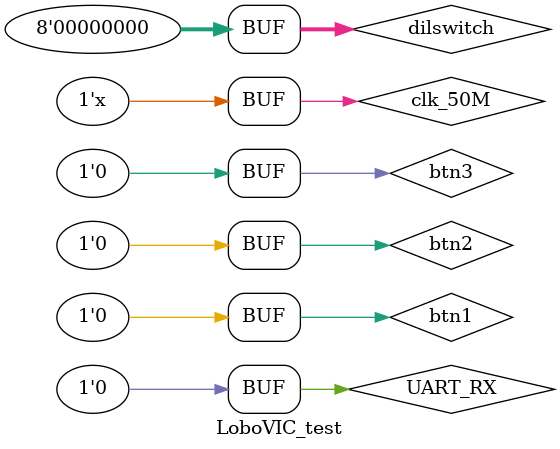
<source format=v>
`timescale 1ns / 1ps


module LoboVIC_test;

	// Inputs
	reg clk_50M;
	reg btn1;
	reg btn2;
	reg btn3;
	reg [7:0] dilswitch;
	reg UART_RX;

	// Outputs
	wire clk12usb;
	wire [7:0] led;
	wire [2:0] TMDSp;
	wire [2:0] TMDSn;
	wire TMDSp_clock;
	wire TMDSn_clock;
	wire UART_TX;

	// Instantiate the Unit Under Test (UUT)
	LoboVIC uut (
		.clk_50M(clk_50M), 
		.btn1(btn1), 
		.btn2(btn2), 
		.btn3(btn3), 
		.clk12usb(clk12usb), 
		.dilswitch(dilswitch), 
		.led(led), 
		.TMDSp(TMDSp), 
		.TMDSn(TMDSn), 
		.TMDSp_clock(TMDSp_clock), 
		.TMDSn_clock(TMDSn_clock), 
		.UART_RX(UART_RX), 
		.UART_TX(UART_TX)
	);

	initial begin
		// Initialize Inputs
		clk_50M = 0;
		btn1 = 0;
		btn2 = 0;
		btn3 = 0;
		dilswitch = 0;
		UART_RX = 0;

		// Wait 100 ns for global reset to finish
		#100;
        
		// Add stimulus here
	end
   always #10 clk_50M = ~clk_50M;   
endmodule


</source>
